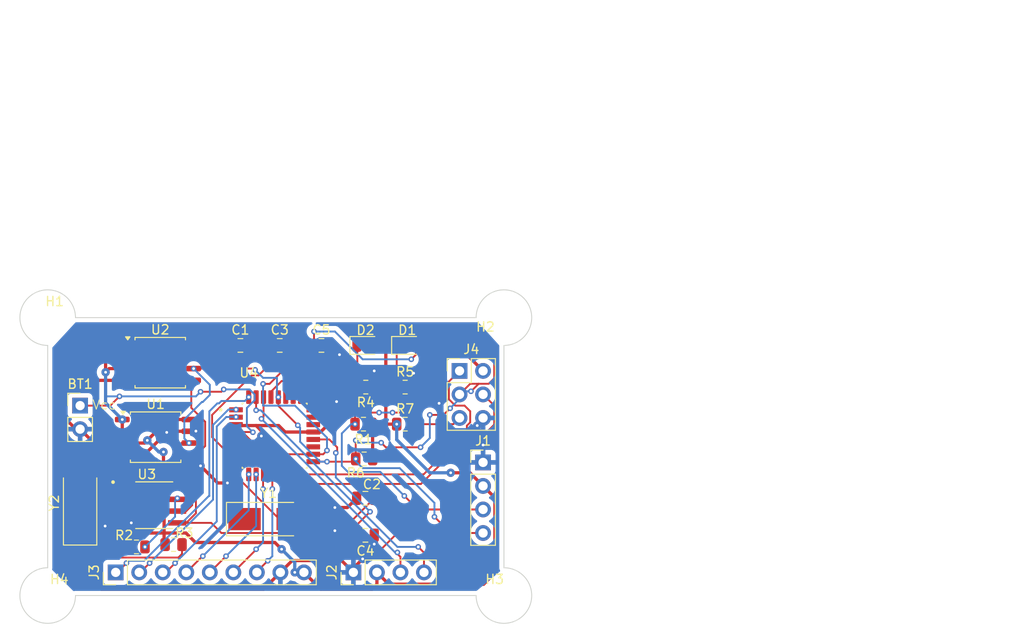
<source format=kicad_pcb>
(kicad_pcb (version 20240108) (generator "pcbnew") (generator_version "8.0")
  (title_block (title "${project_name}") (date "2024-05-13") (rev "v0.1") (comment 1 "2-layer"))
  (layers (0 "F.Cu" signal) (31 "B.Cu" signal) (34 "B.Paste" user) (35 "F.Paste" user) (36 "B.SilkS" user "B.Silkscreen") (37 "F.SilkS" user "F.Silkscreen") (38 "B.Mask" user) (39 "F.Mask" user) (44 "Edge.Cuts" user))
  (property "project_name" "MCU Datalogger with memory and clock")
  (net 0 "")
  (net 1 "GND")
  (net 2 "/Vcc")
  (net 3 "Net-(U4-PB7)")
  (net 4 "Net-(U4-PB6)")
  (net 5 "Net-(U4-AREF)")
  (net 6 "Net-(D1-K)")
  (net 7 "Net-(D2-K)")
  (net 8 "/SCK")
  (net 9 "/SDA")
  (net 10 "/RX")
  (net 11 "/TX")
  (net 12 "/D6")
  (net 13 "/D4")
  (net 14 "/D5")
  (net 15 "/D2")
  (net 16 "/D7")
  (net 17 "/D3")
  (net 18 "/D8")
  (net 19 "/MOSI")
  (net 20 "/RESET")
  (net 21 "/MISO")
  (net 22 "Net-(U3-SQW{slash}~INT)")
  (net 23 "Net-(U3-~{INTA})")
  (net 24 "Net-(U3-X2)")
  (net 25 "Net-(U3-X1)")
  (footprint "MountingHole:MountingHole_2.1mm" (layer "F.Cu") (at 57.75 66.5)
    (property "Reference" "H1")
    (property "Value" "MountingHole")
  )
  (footprint "Resistor_SMD:R_0805_2012Metric" (layer "F.Cu") (at 96.3375 74)
    (property "Reference" "R5")
    (property "Value" "330")
  )
  (footprint "Capacitor_SMD:C_0805_2012Metric" (layer "F.Cu") (at 92.05 86)
    (property "Reference" "C2")
    (property "Value" "22pF")
  )
  (footprint "Connector_PinHeader_2.54mm:PinHeader_1x04_P2.54mm_Vertical" (layer "F.Cu") (at 104.75 82.13)
    (property "Reference" "J1")
    (property "Value" "Conn_01x04_Pin")
  )
  (footprint "Connector_PinHeader_2.54mm:PinHeader_1x02_P2.54mm_Vertical" (layer "F.Cu") (at 61.25 76)
    (property "Reference" "BT1")
    (property "Value" "Battery")
  )
  (footprint "Resistor_SMD:R_0805_2012Metric" (layer "F.Cu") (at 91.9125 81.75 180)
    (property "Reference" "R6")
    (property "Value" "4.7k")
  )
  (footprint "Connector_PinHeader_2.54mm:PinHeader_1x09_P2.54mm_Vertical" (layer "F.Cu") (at 65.09 94 90)
    (property "Reference" "J3")
    (property "Value" "Conn_01x09_Pin")
  )
  (footprint "Resistor_SMD:R_0805_2012Metric" (layer "F.Cu") (at 92.0875 74 180)
    (property "Reference" "R4")
    (property "Value" "330")
  )
  (footprint "LED_SMD:LED_0805_2012Metric" (layer "F.Cu") (at 96.5625 69.5)
    (property "Reference" "D1")
    (property "Value" "LED")
  )
  (footprint "Resistor_SMD:R_0805_2012Metric" (layer "F.Cu") (at 96.3375 78)
    (property "Reference" "R7")
    (property "Value" "10K")
  )
  (footprint "Resistor_SMD:R_0805_2012Metric" (layer "F.Cu") (at 91.8375 78 180)
    (property "Reference" "R1")
    (property "Value" "4.7k")
  )
  (footprint "Connector_PinHeader_2.54mm:PinHeader_1x04_P2.54mm_Vertical" (layer "F.Cu") (at 90.75 94 90)
    (property "Reference" "J2")
    (property "Value" "Conn_01x04_Pin")
  )
  (footprint "MountingHole:MountingHole_2.1mm" (layer "F.Cu") (at 57.75 96.5)
    (property "Reference" "H4")
    (property "Value" "MountingHole")
  )
  (footprint "Connector_PinHeader_2.54mm:PinHeader_2x03_P2.54mm_Vertical" (layer "F.Cu") (at 102.21 72.25)
    (property "Reference" "J4")
    (property "Value" "Conn_02x03_Odd_Even")
  )
  (footprint "ATMEGA328P-AU:QFP80P900X900X120-32N" (layer "F.Cu") (at 82.25 79.25)
    (property "Reference" "U4")
    (property "Value" "ATMEGA328P-AU")
  )
  (footprint "MountingHole:MountingHole_2.1mm" (layer "F.Cu") (at 107 96.5)
    (property "Reference" "H3")
    (property "Value" "MountingHole")
  )
  (footprint "MountingHole:MountingHole_2.1mm" (layer "F.Cu") (at 107 66.5)
    (property "Reference" "H2")
    (property "Value" "MountingHole")
  )
  (footprint "Crystal:Crystal_SMD_5032-2Pin_5.0x3.2mm_HandSoldering" (layer "F.Cu") (at 81.6 88.25)
    (property "Reference" "Y1")
    (property "Value" "16MHz")
  )
  (footprint "Resistor_SMD:R_0805_2012Metric" (layer "F.Cu") (at 67.3375 91.25)
    (property "Reference" "R2")
    (property "Value" "10K")
  )
  (footprint "Package_SO:SOIC-8_5.23x5.23mm_P1.27mm" (layer "F.Cu") (at 69.9 71.365)
    (property "Reference" "U2")
    (property "Value" "24LC1025")
  )
  (footprint "Package_SO:SOIC-8_5.23x5.23mm_P1.27mm" (layer "F.Cu") (at 69.4 79.405)
    (property "Reference" "U1")
    (property "Value" "24LC1025")
  )
  (footprint "Capacitor_SMD:C_0805_2012Metric" (layer "F.Cu") (at 92.05 90 180)
    (property "Reference" "C4")
    (property "Value" "0.1uF")
  )
  (footprint "Capacitor_SMD:C_0805_2012Metric" (layer "F.Cu") (at 78.55 69.5)
    (property "Reference" "C1")
    (property "Value" "0.1uF")
  )
  (footprint "Capacitor_SMD:C_0805_2012Metric" (layer "F.Cu") (at 87.3 69.5)
    (property "Reference" "C5")
    (property "Value" "100nF")
  )
  (footprint "DS1337S_:SOIC127P600X175-8N" (layer "F.Cu") (at 69.25 86.75)
    (property "Reference" "U3")
    (property "Value" "DS1337S_")
  )
  (footprint "LED_SMD:LED_0805_2012Metric" (layer "F.Cu") (at 92.0625 69.5)
    (property "Reference" "D2")
    (property "Value" "LED")
  )
  (footprint "Resistor_SMD:R_0805_2012Metric" (layer "F.Cu") (at 71.3375 91)
    (property "Reference" "R3")
    (property "Value" "10K")
  )
  (footprint "Crystal:Crystal_SMD_5032-2Pin_5.0x3.2mm_HandSoldering" (layer "F.Cu") (at 61.25 86.5 90)
    (property "Reference" "Y2")
    (property "Value" "32.768 KHz")
  )
  (footprint "Capacitor_SMD:C_0805_2012Metric" (layer "F.Cu") (at 82.8 69.5)
    (property "Reference" "C3")
    (property "Value" "22pF")
  )
  (gr_line (start 57.75 69.5) (end 57.75 93.5) (stroke (width 0.1)) (layer "Edge.Cuts"))
  (gr_arc (start 104 66.5) (mid 109.12132 64.37868) (end 107 69.5) (stroke (width 0.1)) (layer "Edge.Cuts"))
  (gr_arc (start 107 93.5) (mid 109.12132 98.62132) (end 104 96.5) (stroke (width 0.1)) (layer "Edge.Cuts"))
  (gr_line (start 107 93.5) (end 107 69.5) (stroke (width 0.1)) (layer "Edge.Cuts"))
  (gr_arc (start 60.75 96.5) (mid 55.62868 98.62132) (end 57.75 93.5) (stroke (width 0.1)) (layer "Edge.Cuts"))
  (gr_line (start 104 66.5) (end 60.75 66.5) (stroke (width 0.1)) (layer "Edge.Cuts"))
  (gr_line (start 60.75 96.5) (end 104 96.5) (stroke (width 0.1)) (layer "Edge.Cuts"))
  (gr_arc (start 57.75 69.5) (mid 55.62868 64.37868) (end 60.75 66.5) (stroke (width 0.1)) (layer "Edge.Cuts"))
  (gr_text "Vcc" (at 62.5 76.5 0) (layer "F.SilkS") (effects (font (size 1 1) (thickness 0.1)) (justify left bottom)))
  (segment (start 59 76.75) (end 59 74) (width 0.35) (layer "F.Cu") (net 1))
  (segment (start 70.598719 78.888719) (end 68.177438 81.31) (width 0.35) (layer "F.Cu") (net 1))
  (segment (start 86.42 78.85) (end 87.209556 78.85) (width 0.35) (layer "F.Cu") (net 1))
  (segment (start 87.209556 78.85) (end 88.934314 77.125242) (width 0.35) (layer "F.Cu") (net 1))
  (segment (start 93 90.95) (end 93 90) (width 0.35) (layer "F.Cu") (net 1))
  (segment (start 73.5 70.73) (end 78.27 70.73) (width 0.35) (layer "F.Cu") (net 1))
  (segment (start 104.115824 77.964176) (end 104.75 77.33) (width 0.35) (layer "F.Cu") (net 1))
  (segment (start 90.4 91.15) (end 88.75 89.5) (width 0.35) (layer "F.Cu") (net 1))
  (segment (start 70.48 78.77) (end 70.5 78.75) (width 0.35) (layer "F.Cu") (net 1))
  (segment (start 86.42 78.85) (end 83.385 78.85) (width 0.35) (layer "F.Cu") (net 1))
  (segment (start 91.85 91.15) (end 90.4 91.15) (width 0.35) (layer "F.Cu") (net 1))
  (segment (start 78.18 78.15) (end 78.08 78.05) (width 0.35) (layer "F.Cu") (net 1))
  (segment (start 62.25 92.5) (end 64.225 90.525) (width 0.35) (layer "F.Cu") (net 1))
  (segment (start 93 90) (end 91.85 91.15) (width 0.35) (layer "F.Cu") (net 1))
  (segment (start 80.81492 79.278641) (end 80.81492 78.71492) (width 0.35) (layer "F.Cu") (net 1))
  (segment (start 60.79 78.54) (end 59 76.75) (width 0.35) (layer "F.Cu") (net 1))
  (segment (start 66.3 73.27) (end 67.21 73.27) (width 0.35) (layer "F.Cu") (net 1))
  (segment (start 104.75 82.13) (end 104.75 80.25) (width 0.35) (layer "F.Cu") (net 1))
  (segment (start 59.73 73.27) (end 66.3 73.27) (width 0.35) (layer "F.Cu") (net 1))
  (segment (start 69.25 87.25) (end 69.25 82.382562) (width 0.35) (layer "F.Cu") (net 1))
  (segment (start 90.1 87) (end 91.1 86) (width 0.35) (layer "F.Cu") (net 1))
  (segment (start 79.5 69.5) (end 81.85 69.5) (width 0.35) (layer "F.Cu") (net 1))
  (segment (start 66.3 70.73) (end 69.75 70.73) (width 0.35) (layer "F.Cu") (net 1))
  (segment (start 69.25 87.25) (end 67.845 88.655) (width 0.35) (layer "F.Cu") (net 1))
  (segment (start 70.48 78.77) (end 73 78.77) (width 0.35) (layer "F.Cu") (net 1))
  (segment (start 82.87 94) (end 84.145 92.725) (width 0.35) (layer "F.Cu") (net 1))
  (segment (start 69.25 82.382562) (end 68.177438 81.31) (width 0.35) (layer "F.Cu") (net 1))
  (segment (start 78.08 78.05) (end 77.290444 78.05) (width 0.35) (layer "F.Cu") (net 1))
  (segment (start 83.385 78.85) (end 82.685 78.15) (width 0.35) (layer "F.Cu") (net 1))
  (segment (start 73.73 78.77) (end 73.75 78.75) (width 0.35) (layer "F.Cu") (net 1))
  (segment (start 64.225 90.525) (end 64.225 89) (width 0.35) (layer "F.Cu") (net 1))
  (segment (start 84.145 92.725) (end 89.475 92.725) (width 0.35) (layer "F.Cu") (net 1))
  (segment (start 97.25 72.5) (end 97.25 74) (width 0.35) (layer "F.Cu") (net 1))
  (segment (start 70.5 78.75) (end 70.598719 78.848719) (width 0.35) (layer "F.Cu") (net 1))
  (segment (start 78.27 70.73) (end 79.5 69.5) (width 0.35) (layer "F.Cu") (net 1))
  (segment (start 61.25 78.54) (end 60.79 78.54) (width 0.35) (layer "F.Cu") (net 1))
  (segment (start 88.25 69.5) (end 89.25 70.5) (width 0.35) (layer "F.Cu") (net 1))
  (segment (start 73 78.77) (end 73.73 78.77) (width 0.35) (layer "F.Cu") (net 1))
  (segment (start 63.575 95.825) (end 62.25 94.5) (width 0.35) (layer "F.Cu") (net 1))
  (segment (start 77.290444 78.05) (end 76.92 78.420444) (width 0.35) (layer "F.Cu") (net 1))
  (segment (start 67.21 73.27) (end 69.75 70.73) (width 0.35) (layer "F.Cu") (net 1))
  (segment (start 70.598719 78.848719) (end 70.598719 78.888719) (width 0.35) (layer "F.Cu") (net 1))
  (segment (start 68.177438 81.31) (end 65.8 81.31) (width 0.35) (layer "F.Cu") (net 1))
  (segment (start 64.02 81.31) (end 65.8 81.31) (width 0.35) (layer "F.Cu") (net 1))
  (segment (start 76.92 79.279556) (end 77.290444 79.65) (width 0.35) (layer "F.Cu") (net 1))
  (segment (start 90.75 93.55) (end 91.75 92.55) (width 0.35) (layer "F.Cu") (net 1))
  (segment (start 82.685 78.15) (end 80.25 78.15) (width 0.35) (layer "F.Cu") (net 1))
  (segment (start 98.25 74) (end 100 75.75) (width 0.35) (layer "F.Cu") (net 1))
  (segment (start 82.87 94) (end 81.045 95.825) (width 0.35) (layer "F.Cu") (net 1))
  (segment (start 97.25 74) (end 98.25 74) (width 0.35) (layer "F.Cu") (net 1))
  (segment (start 59 74) (end 59.73 73.27) (width 0.35) (layer "F.Cu") (net 1))
  (segment (start 104.115824 78.15) (end 104.115824 77.964176) (width 0.35) (layer "F.Cu") (net 1))
  (segment (start 88.75 87) (end 90.1 87) (width 0.35) (layer "F.Cu") (net 1))
  (segment (start 81.045 95.825) (end 63.575 95.825) (width 0.35) (layer "F.Cu") (net 1))
  (segment (start 77.290444 79.65) (end 78.08 79.65) (width 0.35) (layer "F.Cu") (net 1))
  (segment (start 69.75 70.73) (end 73.5 70.73) (width 0.35) (layer "F.Cu") (net 1))
  (segment (start 88.934314 77.125242) (end 88.934314 75.565686) (width 0.35) (layer "F.Cu") (net 1))
  (segment (start 88.75 89.25) (end 88.75 89.5) (width 0.35) (layer "F.Cu") (net 1))
  (segment (start 93 74) (end 93 72.25) (width 0.35) (layer "F.Cu") (net 1))
  (segment (start 80.81492 78.71492) (end 80.25 78.15) (width 0.35) (layer "F.Cu") (net 1))
  (segment (start 76.92 78.420444) (end 76.92 79.279556) (width 0.35) (layer "F.Cu") (net 1))
  (segment (start 90.75 94) (end 90.75 93.55) (width 0.35) (layer "F.Cu") (net 1))
  (segment (start 80.25 78.15) (end 78.18 78.15) (width 0.35) (layer "F.Cu") (net 1))
  (segment (start 89.475 92.725) (end 90.75 94) (width 0.35) (layer "F.Cu") (net 1))
  (segment (start 67.845 88.655) (end 66.775 88.655) (width 0.35) (layer "F.Cu") (net 1))
  (segment (start 62.25 94.5) (end 62.25 92.5) (width 0.35) (layer "F.Cu") (net 1))
  (segment (start 64.225 89) (end 63.95 89) (width 0.35) (layer "F.Cu") (net 1))
  (segment (start 61.25 78.54) (end 64.02 81.31) (width 0.35) (layer "F.Cu") (net 1))
  (segment (start 76.098529 84.348529) (end 77.151471 84.348529) (width 0.35) (layer "F.Cu") (net 1))
  (segment (start 88.25 69.5) (end 88.5 69.5) (width 0.35) (layer "F.Cu") (net 1))
  (segment (start 74.25 82.5) (end 76.098529 84.348529) (width 0.35) (layer "F.Cu") (net 1))
  (via (at 93 90.95) (size 0.9) (drill 0.3) (layers "F.Cu" "B.Cu") (net 1))
  (via (at 97.25 72.5) (size 0.9) (drill 0.3) (layers "F.Cu" "B.Cu") (net 1))
  (via (at 74.25 82.5) (size 0.9) (drill 0.3) (layers "F.Cu" "B.Cu") (net 1))
  (via (at 100 75.75) (size 0.9) (drill 0.3) (layers "F.Cu" "B.Cu") (net 1))
  (via (at 66.775 88.655) (size 0.9) (drill 0.3) (layers "F.Cu" "B.Cu") (net 1))
  (via (at 88.75 87) (size 0.9) (drill 0.3) (layers "F.Cu" "B.Cu") (net 1))
  (via (at 89.25 70.5) (size 0.9) (drill 0.3) (layers "F.Cu" "B.Cu") (net 1))
  (via (at 88.934314 75.565686) (size 0.9) (drill 0.3) (layers "F.Cu" "B.Cu") (net 1))
  (via (at 77.151471 84.348529) (size 0.9) (drill 0.3) (layers "F.Cu" "B.Cu") (net 1))
  (via (at 104.75 80.25) (size 0.9) (drill 0.3) (layers "F.Cu" "B.Cu") (net 1))
  (via (at 91.75 92.55) (size 0.9) (drill 0.3) (layers "F.Cu" "B.Cu") (net 1))
  (via (at 80.81492 79.278641) (size 0.9) (drill 0.3) (layers "F.Cu" "B.Cu") (net 1))
  (via (at 93 72.25) (size 0.9) (drill 0.3) (layers "F.Cu" "B.Cu") (net 1))
  (via (at 88.75 89.5) (size 0.9) (drill 0.3) (layers "F.Cu" "B.Cu") (net 1))
  (via (at 70.598719 78.888719) (size 0.9) (drill 0.3) (layers "F.Cu" "B.Cu") (net 1))
  (via (at 104.115824 78.15) (size 0.9) (drill 0.3) (layers "F.Cu" "B.Cu") (net 1))
  (via (at 73.75 78.75) (size 0.9) (drill 0.3) (layers "F.Cu" "B.Cu") (net 1))
  (via (at 63.95 89) (size 0.9) (drill 0.3) (layers "F.Cu" "B.Cu") (net 1))
  (segment (start 66.43 89) (end 66.775 88.655) (width 0.35) (layer "B.Cu") (net 1))
  (segment (start 91.75 92.5) (end 93 91.25) (width 0.35) (layer "B.Cu") (net 1))
  (segment (start 104.015824 78.25) (end 104 78.25) (width 0.35) (layer "B.Cu") (net 1))
  (segment (start 73.75 78.75) (end 74.25 79.25) (width 0.35) (layer "B.Cu") (net 1))
  (segment (start 97.25 72.5) (end 93.25 72.5) (width 0.35) (layer "B.Cu") (net 1))
  (segment (start 74.25 79.25) (end 74.25 82.5) (width 0.35) (layer "B.Cu") (net 1))
  (segment (start 91 72.25) (end 90.125 71.375) (width 0.35) (layer "B.Cu") (net 1))
  (segment (start 104.115824 78.15) (end 104.015824 78.25) (width 0.35) (layer "B.Cu") (net 1))
  (segment (start 104 78.25) (end 104.75 79) (width 0.35) (layer "B.Cu") (net 1))
  (segment (start 100.305 76.055) (end 100 75.75) (width 0.35) (layer "B.Cu") (net 1))
  (segment (start 80.75 79.25) (end 80.778641 79.278641) (width 0.35) (layer "B.Cu") (net 1))
  (segment (start 80.778641 79.278641) (end 80.81492 79.278641) (width 0.35) (layer "B.Cu") (net 1))
  (segment (start 93 91.25) (end 93 90.95) (width 0.35) (layer "B.Cu") (net 1))
  (segment (start 104.75 79) (end 104.75 80.25) (width 0.35) (layer "B.Cu") (net 1))
  (segment (start 104.115824 78.15) (end 103.660824 78.605) (width 0.35) (layer "B.Cu") (net 1))
  (segment (start 79.512356 80.487644) (end 80.75 79.25) (width 0.35) (layer "B.Cu") (net 1))
  (segment (start 93.25 72.5) (end 93 72.25) (width 0.35) (layer "B.Cu") (net 1))
  (segment (start 79.512356 81.987644) (end 79.512356 80.487644) (width 0.35) (layer "B.Cu") (net 1))
  (segment (start 100.305 77.228123) (end 100.305 76.055) (width 0.35) (layer "B.Cu") (net 1))
  (segment (start 91.75 92.55) (end 91.75 92.5) (width 0.35) (layer "B.Cu") (net 1))
  (segment (start 88.934314 75.565686) (end 88.934314 72.565686) (width 0.35) (layer "B.Cu") (net 1))
  (segment (start 63.95 89) (end 66.43 89) (width 0.35) (layer "B.Cu") (net 1))
  (segment (start 101.681877 78.605) (end 100.305 77.228123) (width 0.35) (layer "B.Cu") (net 1))
  (segment (start 90.125 71.375) (end 89.25 70.5) (width 0.35) (layer "B.Cu") (net 1))
  (segment (start 77.151471 84.348529) (end 79.512356 81.987644) (width 0.35) (layer "B.Cu") (net 1))
  (segment (start 93 72.25) (end 91 72.25) (width 0.35) (layer "B.Cu") (net 1))
  (segment (start 88.934314 72.565686) (end 90.125 71.375) (width 0.35) (layer "B.Cu") (net 1))
  (segment (start 88.75 89.5) (end 88.75 87) (width 0.35) (layer "B.Cu") (net 1))
  (segment (start 103.660824 78.605) (end 101.681877 78.605) (width 0.35) (layer "B.Cu") (net 1))
  (segment (start 92.825 80) (end 92.825 81.75) (width 0.35) (layer "F.Cu") (net 2))
  (segment (start 92.75 78.5) (end 92.825 78.575) (width 0.35) (layer "F.Cu") (net 2))
  (segment (start 95.425 78) (end 94.25 78) (width 0.35) (layer "F.Cu") (net 2))
  (segment (start 82.275 90.775) (end 73.699022 90.775) (width 0.35) (layer "F.Cu") (net 2))
  (segment (start 66.425 91.25) (end 67.925 89.75) (width 0.35) (layer "F.Cu") (net 2))
  (segment (start 71.725 84.845) (end 70.25 83.37) (width 0.35) (layer "F.Cu") (net 2))
  (segment (start 104.75 84.67) (end 103.33 83.25) (width 0.35) (layer "F.Cu") (net 2))
  (segment (start 95.47249 68) (end 94.25 69.22249) (width 0.35) (layer "F.Cu") (net 2))
  (segment (start 102.25 69.75) (end 100 69.75) (width 0.35) (layer "F.Cu") (net 2))
  (segment (start 92.75 78) (end 92.75 78.5) (width 0.35) (layer "F.Cu") (net 2))
  (segment (start 70.25 83.37) (end 70.25 81) (width 0.35) (layer "F.Cu") (net 2))
  (segment (start 87.488088 81.25) (end 81.16349 81.25) (width 0.2) (layer "F.Cu") (net 2))
  (segment (start 70.75 77.5) (end 73 77.5) (width 0.35) (layer "F.Cu") (net 2))
  (segment (start 73.699022 90.775) (end 72.674022 89.75) (width 0.35) (layer "F.Cu") (net 2))
  (segment (start 65.8 80.04) (end 68.21 80.04) (width 0.35) (layer "F.Cu") (net 2))
  (segment (start 81.7 73.65) (end 85.85 69.5) (width 0.2) (layer "F.Cu") (net 2))
  (segment (start 73.5 69.46) (end 77.56 69.46) (width 0.35) (layer "F.Cu") (net 2))
  (segment (start 85.85 69.5) (end 86.35 69.5) (width 0.2) (layer "F.Cu") (net 2))
  (segment (start 67.925 89.75) (end 70.315 89.75) (width 0.35) (layer "F.Cu") (net 2))
  (segment (start 66.3 72) (end 64.395 72) (width 0.35) (layer "F.Cu") (net 2))
  (segment (start 86.5 68) (end 86.5 69.35) (width 0.2) (layer "F.Cu") (net 2))
  (segment (start 76.5 74.5) (end 74.25 74.5) (width 0.2) (layer "F.Cu") (net 2))
  (segment (start 65.8 80.04) (end 65.8 78.77) (width 0.35) (layer "F.Cu") (net 2))
  (segment (start 64.395 72) (end 64 72.395) (width 0.35) (layer "F.Cu") (net 2))
  (segment (start 94.25 69.22249) (end 94.25 78) (width 0.35) (layer "F.Cu") (net 2))
  (segment (start 72.674022 89.75) (end 70.315 89.75) (width 0.35) (layer "F.Cu") (net 2))
  (segment (start 92.825 78.575) (end 92.825 80) (width 0.35) (layer "F.Cu") (net 2))
  (segment (start 94.565 95.275) (end 104.813239 95.275) (width 0.35) (layer "F.Cu") (net 2))
  (segment (start 79.9 78.85) (end 80 78.75) (width 0.2) (layer "F.Cu") (net 2))
  (segment (start 104.813239 95.275) (end 106.025 94.063239) (width 0.35) (layer "F.Cu") (net 2))
  (segment (start 78.08 78.85) (end 79.9 78.85) (width 0.2) (layer "F.Cu") (net 2))
  (segment (start 65.500001 69.46) (end 64 70.960001) (width 0.35) (layer "F.Cu") (net 2))
  (segment (start 70.315 90.89) (end 70.425 91) (width 0.35) (layer "F.Cu") (net 2))
  (segment (start 78.76349 78.85) (end 78.08 78.85) (width 0.2) (layer "F.Cu") (net 2))
  (segment (start 97.5 70.5) (end 97 71) (width 0.2) (layer "F.Cu") (net 2))
  (segment (start 103.33 83.25) (end 101.25 83.25) (width 0.35) (layer "F.Cu") (net 2))
  (segment (start 71.725 84.845) (end 70.740001 84.845) (width 0.35) (layer "F.Cu") (net 2))
  (segment (start 68.5 79.75) (end 70.75 77.5) (width 0.35) (layer "F.Cu") (net 2))
  (segment (start 98.25 68) (end 95.47249 68) (width 0.35) (layer "F.Cu") (net 2))
  (segment (start 65.8 77.5) (end 65.8 78.77) (width 0.35) (layer "F.Cu") (net 2))
  (segment (start 73.5 69.46) (end 66.3 69.46) (width 0.35) (layer "F.Cu") (net 2))
  (segment (start 68.21 80.04) (end 68.5 79.75) (width 0.35) (layer "F.Cu") (net 2))
  (segment (start 85.41 94) (end 84.420003 94) (width 0.35) (layer "F.Cu") (net 2))
  (segment (start 66.3 69.46) (end 65.500001 69.46) (width 0.35) (layer "F.Cu") (net 2))
  (segment (start 93.29 94) (end 94.565 95.275) (width 0.35) (layer "F.Cu") (net 2))
  (segment (start 87.235 95.825) (end 85.41 94) (width 0.35) (layer "F.Cu") (net 2))
  (segment (start 70.315 85.270001) (end 70.315 89.75) (width 0.35) (layer "F.Cu") (net 2))
  (segment (start 87.9 80.838088) (end 87.488088 81.25) (width 0.2) (layer "F.Cu") (net 2))
  (segment (start 86.5 69.35) (end 86.35 69.5) (width 0.2) (layer "F.Cu") (net 2))
  (segment (start 97.5 69.5) (end 97.5 70.5) (width 0.2) (layer "F.Cu") (net 2))
  (segment (start 79.9 78.85) (end 79.9 78.875) (width 0.2) (layer "F.Cu") (net 2))
  (segment (start 104.75 72.25) (end 102.25 69.75) (width 0.35) (layer "F.Cu") (net 2))
  (segment (start 93.29 95.285) (end 92.75 95.825) (width 0.35) (layer "F.Cu") (net 2))
  (segment (start 106.025 94.063239) (end 106.025 85.945) (width 0.35) (layer "F.Cu") (net 2))
  (segment (start 76.75 74.25) (end 76.5 74.5) (width 0.2) (layer "F.Cu") (net 2))
  (segment (start 94.25 78) (end 92.75 78) (width 0.35) (layer "F.Cu") (net 2))
  (segment (start 81.16349 81.25) (end 78.76349 78.85) (width 0.2) (layer "F.Cu") (net 2))
  (segment (start 64 70.960001) (end 64 72.395) (width 0.35) (layer "F.Cu") (net 2))
  (segment (start 70.740001 84.845) (end 70.315 85.270001) (width 0.35) (layer "F.Cu") (net 2))
  (segment (start 81 73.65) (end 81.7 73.65) (width 0.2) (layer "F.Cu") (net 2))
  (segment (start 93.29 94) (end 93.29 95.285) (width 0.35) (layer "F.Cu") (net 2))
  (segment (start 70.315 89.75) (end 70.315 90.89) (width 0.35) (layer "F.Cu") (net 2))
  (segment (start 100 69.75) (end 98.25 68) (width 0.35) (layer "F.Cu") (net 2))
  (segment (start 83 91.5) (end 82.275 90.775) (width 0.35) (layer "F.Cu") (net 2))
  (segment (start 77.56 69.46) (end 77.6 69.5) (width 0.35) (layer "F.Cu") (net 2))
  (segment (start 92.75 95.825) (end 87.235 95.825) (width 0.35) (layer "F.Cu") (net 2))
  (segment (start 106.025 85.945) (end 104.75 84.67) (width 0.35) (layer "F.Cu") (net 2))
  (segment (start 64.5 76) (end 61.25 76) (width 0.2) (layer "F.Cu") (net 2))
  (segment (start 65.5 75) (end 64.5 76) (width 0.2) (layer "F.Cu") (net 2))
  (via (at 64 72.395) (size 0.9) (drill 0.3) (layers "F.Cu" "B.Cu") (net 2))
  (via (at 79.9 78.875) (size 0.6) (drill 0.3) (layers "F.Cu" "B.Cu") (net 2))
  (via (at 86.5 68) (size 0.6) (drill 0.3) (layers "F.Cu" "B.Cu") (net 2))
  (via (at 83 91.5) (size 0.9) (drill 0.3) (layers "F.Cu" "B.Cu") (net 2))
  (via (at 81 73.65) (size 0.6) (drill 0.3) (layers "F.Cu" "B.Cu") (net 2))
  (via (at 70.25 81) (size 0.9) (drill 0.3) (layers "F.Cu" "B.Cu") (net 2))
  (via (at 68.5 79.75) (size 0.9) (drill 0.3) (layers "F.Cu" "B.Cu") (net 2))
  (via (at 84.420003 94) (size 0.9) (drill 0.3) (layers "F.Cu" "B.Cu") (net 2))
  (via (at 74.25 74.5) (size 0.6) (drill 0.3) (layers "F.Cu" "B.Cu") (net 2))
  (via (at 101.25 83.25) (size 0.9) (drill 0.3) (layers "F.Cu" "B.Cu") (net 2))
  (via (at 65.5 75) (size 0.6) (drill 0.3) (layers "F.Cu" "B.Cu") (net 2))
  (via (at 65.8 77.5) (size 0.9) (drill 0.3) (layers "F.Cu" "B.Cu") (net 2))
  (via (at 95.425 78) (size 0.9) (drill 0.3) (layers "F.Cu" "B.Cu") (net 2))
  (via (at 97 71) (size 0.6) (drill 0.3) (layers "F.Cu" "B.Cu") (net 2))
  (via (at 76.75 74.25) (size 0.6) (drill 0.3) (layers "F.Cu" "B.Cu") (net 2))
  (via (at 87.9 80.838088) (size 0.6) (drill 0.3) (layers "F.Cu" "B.Cu") (net 2))
  (segment (start 101.25 83.25) (end 99 83.25) (width 0.35) (layer "B.Cu") (net 2))
  (segment (start 80.1 75.4) (end 80.1 74.810761) (width 0.2) (layer "B.Cu") (net 2))
  (segment (start 79.25 78.225) (end 79.9 78.875) (width 0.2) (layer "B.Cu") (net 2))
  (segment (start 84.438088 76) (end 87.9 79.461912) (width 0.2) (layer "B.Cu") (net 2))
  (segment (start 79.539239 74.25) (end 76.75 74.25) (width 0.2) (layer "B.Cu") (net 2))
  (segment (start 87.9 79.461912) (end 87.9 80.838088) (width 0.2) (layer "B.Cu") (net 2))
  (segment (start 64 72.395) (end 64 75) (width 0.35) (layer "B.Cu") (net 2))
  (segment (start 84.420003 92.920003) (end 83 91.5) (width 0.35) (layer "B.Cu") (net 2))
  (segment (start 70.25 81) (end 69.75 81) (width 0.35) (layer "B.Cu") (net 2))
  (segment (start 65.5 75) (end 64 75) (width 0.2) (layer "B.Cu") (net 2))
  (segment (start 99 83.25) (end 95.425 79.675) (width 0.35) (layer "B.Cu") (net 2))
  (segment (start 81 73.65) (end 81 76) (width 0.2) (layer "B.Cu") (net 2))
  (segment (start 97 71) (end 91.75 71) (width 0.2) (layer "B.Cu") (net 2))
  (segment (start 73.75 75) (end 65.5 75) (width 0.2) (layer "B.Cu") (net 2))
  (segment (start 64 75) (end 64 75.7) (width 0.35) (layer "B.Cu") (net 2))
  (segment (start 91.75 71) (end 88.75 68) (width 0.2) (layer "B.Cu") (net 2))
  (segment (start 79.25 76.25) (end 80.1 75.4) (width 0.2) (layer "B.Cu") (net 2))
  (segment (start 88.75 68) (end 86.5 68) (width 0.2) (layer "B.Cu") (net 2))
  (segment (start 69.75 81) (end 68.5 79.75) (width 0.35) (layer "B.Cu") (net 2))
  (segment (start 74.25 74.5) (end 73.75 75) (width 0.2) (layer "B.Cu") (net 2))
  (segment (start 64 75.7) (end 65.8 77.5) (width 0.35) (layer "B.Cu") (net 2))
  (segment (start 81 76) (end 84.438088 76) (width 0.2) (layer "B.Cu") (net 2))
  (segment (start 84.420003 94) (end 84.420003 92.920003) (width 0.35) (layer "B.Cu") (net 2))
  (segment (start 95.425 79.675) (end 95.425 78) (width 0.35) (layer "B.Cu") (net 2))
  (segment (start 80.1 74.810761) (end 79.539239 74.25) (width 0.2) (layer "B.Cu") (net 2))
  (segment (start 79.25 76.25) (end 79.25 78.225) (width 0.2) (layer "B.Cu") (net 2))
  (segment (start 78.08 83.58) (end 82.75 88.25) (width 0.2) (layer "F.Cu") (net 3))
  (segment (start 82.75 88.25) (end 84.2 88.25) (width 0.2) (layer "F.Cu") (net 3))
  (segment (start 78.08 82.05) (end 78.08 83.58) (width 0.2) (layer "F.Cu") (net 3))
  (segment (start 93 86) (end 90.75 88.25) (width 0.2) (layer "F.Cu") (net 3))
  (segment (start 90.75 88.25) (end 84.2 88.25) (width 0.2) (layer "F.Cu") (net 3))
  (segment (start 78 87.25) (end 78 84.065686) (width 0.2) (layer "F.Cu") (net 4))
  (segment (start 80.515655 72.734345) (end 79.765655 72.734345) (width 0.2) (layer "F.Cu") (net 4))
  (segment (start 79.765655 72.734345) (end 75.5 77) (width 0.2) (layer "F.Cu") (net 4))
  (segment (start 77.045 83.110686) (end 77.045 81.550001) (width 0.2) (layer "F.Cu") (net 4))
  (segment (start 78 84.065686) (end 77.045 83.110686) (width 0.2) (layer "F.Cu") (net 4))
  (segment (start 79 88.25) (end 78 87.25) (width 0.2) (layer "F.Cu") (net 4))
  (segment (start 75.5 77) (end 75.5 79.404999) (width 0.2) (layer "F.Cu") (net 4))
  (segment (start 77.045 81.550001) (end 77.345001 81.25) (width 0.2) (layer "F.Cu") (net 4))
  (segment (start 75.5 79.404999) (end 77.345001 81.25) (width 0.2) (layer "F.Cu") (net 4))
  (segment (start 77.345001 81.25) (end 78.08 81.25) (width 0.2) (layer "F.Cu") (net 4))
  (segment (start 83.75 69.5) (end 80.515655 72.734345) (width 0.2) (layer "F.Cu") (net 4))
  (segment (start 88.85 81.1) (end 89 80.95) (width 0.2) (layer "F.Cu") (net 5))
  (segment (start 92.549265 87.450735) (end 91.1 88.9) (width 0.2) (layer "F.Cu") (net 5))
  (segment (start 88.15 79.65) (end 86.42 79.65) (width 0.2) (layer "F.Cu") (net 5))
  (segment (start 89 80.95) (end 89 80.5) (width 0.2) (layer "F.Cu") (net 5))
  (segment (start 89 80.5) (end 88.15 79.65) (width 0.2) (layer "F.Cu") (net 5))
  (segment (start 91.1 88.9) (end 91.1 90) (width 0.2) (layer "F.Cu") (net 5))
  (via (at 88.85 81.1) (size 0.6) (drill 0.3) (layers "F.Cu" "B.Cu") (net 5))
  (via (at 92.549265 87.450735) (size 0.6) (drill 0.3) (layers "F.Cu" "B.Cu") (net 5))
  (segment (start 88.85 81.1) (end 88.85 83.75147) (width 0.2) (layer "B.Cu") (net 5))
  (segment (start 88.85 83.75147) (end 92.549265 87.450735) (width 0.2) (layer "B.Cu") (net 5))
  (segment (start 95.425 74) (end 95.425 69.7) (width 0.2) (layer "F.Cu") (net 6))
  (segment (start 95.425 69.7) (end 95.625 69.5) (width 0.2) (layer "F.Cu") (net 6))
  (segment (start 91.175 74) (end 91.175 69.55) (width 0.2) (layer "F.Cu") (net 7))
  (segment (start 91.175 69.55) (end 91.125 69.5) (width 0.2) (layer "F.Cu") (net 7))
  (segment (start 91.175 73.825) (end 91.25 73.75) (width 0.2) (layer "F.Cu") (net 7))
  (segment (start 91.175 74) (end 91.175 73.825) (width 0.2) (layer "F.Cu") (net 7))
  (segment (start 104.375 68.625) (end 100.375 68.625) (width 0.2) (layer "F.Cu") (net 8))
  (segment (start 94.25 80.5) (end 93.75 80) (width 0.2) (layer "F.Cu") (net 8))
  (segment (start 71.725 87.385) (end 72.709999 87.385) (width 0.2) (layer "F.Cu") (net 8))
  (segment (start 72.200001 80.04) (end 73 80.04) (width 0.2) (layer "F.Cu") (net 8))
  (segment (start 100.481672 77) (end 99 77) (width 0.2) (layer "F.Cu") (net 8))
  (segment (start 94 67.25) (end 93 68.25) (width 0.2) (layer "F.Cu") (net 8))
  (segment (start 101.191571 76.290101) (end 100.481672 77) (width 0.2) (layer "F.Cu") (net 8))
  (segment (start 98 80.5) (end 94.25 80.5) (width 0.2) (layer "F.Cu") (net 8))
  (segment (start 71.75 80.490001) (end 72.200001 80.04) (width 0.2) (layer "F.Cu") (net 8))
  (segment (start 100.375 68.625) (end 99 67.25) (width 0.2) (layer "F.Cu") (net 8))
  (segment (start 103.442689 74.453184) (end 103.46047 74.453184) (width 0.2) (layer "F.Cu") (net 8))
  (segment (start 101.25 89.75) (end 99.5 88) (width 0.2) (layer "F.Cu") (net 8))
  (segment (start 103.46047 74.453184) (end 104.273654 73.64) (width 0.2) (layer "F.Cu") (net 8))
  (segment (start 93 68.25) (end 93 69.5) (width 0.2) (layer "F.Cu") (net 8))
  (segment (start 91 79.75) (end 91 81.75) (width 0.2) (layer "F.Cu") (net 8))
  (segment (start 105.95 73.05) (end 105.95 70.2) (width 0.2) (layer "F.Cu") (net 8))
  (segment (start 73.35 83.6) (end 71.75 82) (width 0.2) (layer "F.Cu") (net 8))
  (segment (start 99 67.25) (end 94 67.25) (width 0.2) (layer "F.Cu") (net 8))
  (segment (start 91 81.75) (end 90.7 82.05) (width 0.2) (layer "F.Cu") (net 8))
  (segment (start 105.36 73.64) (end 105.95 73.05) (width 0.2) (layer "F.Cu") (net 8))
  (segment (start 103.36 73.64) (end 102.21 74.79) (width 0.2) (layer "F.Cu") (net 8))
  (segment (start 90.7 82.05) (end 86.42 82.05) (width 0.2) (layer "F.Cu") (net 8))
  (segment (start 73.5 72) (end 80 72) (width 0.2) (layer "F.Cu") (net 8))
  (segment (start 80 72) (end 80.134345 72.134345) (width 0.2) (layer "F.Cu") (net 8))
  (segment (start 73.35 86.744999) (end 73.35 83.6) (width 0.2) (layer "F.Cu") (net 8))
  (segment (start 105.95 70.2) (end 104.375 68.625) (width 0.2) (layer "F.Cu") (net 8))
  (segment (start 71.75 82) (end 71.75 80.490001) (width 0.2) (layer "F.Cu") (net 8))
  (segment (start 82.65 76.025) (end 84.75 78.125) (width 0.2) (layer "F.Cu") (net 8))
  (segment (start 104.273654 73.64) (end 105.36 73.64) (width 0.2) (layer "F.Cu") (net 8))
  (segment (start 82.65 75.08) (end 82.65 76.025) (width 0.2) (layer "F.Cu") (net 8))
  (segment (start 104.273654 73.64) (end 103.36 73.64) (width 0.2) (layer "F.Cu") (net 8))
  (segment (start 104.75 89.75) (end 101.25 89.75) (width 0.2) (layer "F.Cu") (net 8))
  (segment (start 72.709999 87.385) (end 73.35 86.744999) (width 0.2) (layer "F.Cu") (net 8))
  (via (at 73 80.04) (size 0.6) (drill 0.3) (layers "F.Cu" "B.Cu") (net 8))
  (via (at 101.191571 76.290101) (size 0.6) (drill 0.3) (layers "F.Cu" "B.Cu") (net 8))
  (via (at 73.5 72) (size 0.6) (drill 0.3) (layers "F.Cu" "B.Cu") (net 8))
  (via (at 84.75 78.125) (size 0.6) (drill 0.3) (layers "F.Cu" "B.Cu") (net 8))
  (via (at 103.442689 74.453184) (size 0.6) (drill 0.3) (layers "F.Cu" "B.Cu") (net 8))
  (via (at 98 80.5) (size 0.6) (drill 0.3) (layers "F.Cu" "B.Cu") (net 8))
  (via (at 91 81.75) (size 0.6) (drill 0.3) (layers "F.Cu" "B.Cu") (net 8))
  (via (at 87.9 82.05) (size 0.6) (drill 0.3) (layers "F.Cu" "B.Cu") (net 8))
  (via (at 91 79.75) (size 0.6) (drill 0.3) (layers "F.Cu" "B.Cu") (net 8))
  (via (at 80.134345 72.134345) (size 0.6) (drill 0.3) (layers "F.Cu" "B.Cu") (net 8))
  (via (at 99.5 88) (size 0.6) (drill 0.3) (layers "F.Cu" "B.Cu") (net 8))
  (via (at 93.75 80) (size 0.6) (drill 0.3) (layers "F.Cu" "B.Cu") (net 8))
  (via (at 82.65 75.08) (size 0.6) (drill 0.3) (layers "F.Cu" "B.Cu") (net 8))
  (via (at 99 77) (size 0.6) (drill 0.3) (layers "F.Cu" "B.Cu") (net 8))
  (segment (start 72.5 77.5) (end 74.4 75.6) (width 0.2) (layer "B.Cu") (net 8))
  (segment (start 91 82) (end 91 81.75) (width 0.2) (layer "B.Cu") (net 8))
  (segment (start 93.75 80) (end 91.25 80) (width 0.2) (layer "B.Cu") (net 8))
  (segment (start 82.5 74.93) (end 82.65 75.08) (width 0.2) (layer "B.Cu") (net 8))
  (segment (start 103.442689 74.453184) (end 103.028488 74.453184) (width 0.2) (layer "B.Cu") (net 8))
  (segment (start 99.5 86.5) (end 95.75 82.75) (width 0.2) (layer "B.Cu") (net 8))
  (segment (start 85 79.90147) (end 85 78.375) (width 0.2) (layer "B.Cu") (net 8))
  (segment (start 87.14853 82.05) (end 85 79.90147) (width 0.2) (layer "B.Cu") (net 8))
  (segment (start 80.134345 72.134345) (end 81 73) (width 0.2) (layer "B.Cu") (net 8))
  (segment (start 99 79.5) (end 98 80.5) (width 0.2) (layer "B.Cu") (net 8))
  (segment (start 85 78.375) (end 84.75 78.125) (width 0.2) (layer "B.Cu") (net 8))
  (segment (start 75.25 74.848529) (end 75.25 73.75) (width 0.2) (layer "B.Cu") (net 8))
  (segment (start 91.25 80) (end 91 79.75) (width 0.2) (layer "B.Cu") (net 8))
  (segment (start 87.9 82.05) (end 87.14853 82.05) (width 0.2) (layer "B.Cu") (net 8))
  (segment (start 73 80.04) (end 72.5 79.54) (width 0.2) (layer "B.Cu") (net 8))
  (segment (start 74.4 75.6) (end 74.498529 75.6) (width 0.2) (layer "B.Cu") (net 8))
  (segment (start 99 77) (end 99 79.5) (width 0.2) (layer "B.Cu") (net 8))
  (segment (start 72.5 79.54) (end 72.5 77.5) (width 0.2) (layer "B.Cu") (net 8))
  (segment (start 74.498529 75.6) (end 75.25 74.848529) (width 0.2) (layer "B.Cu") (net 8))
  (segment (start 103.028488 74.453184) (end 101.191571 76.290101) (width 0.2) (layer "B.Cu") (net 8))
  (segment (start 95.75 82.75) (end 91.75 82.75) (width 0.2) (layer "B.Cu") (net 8))
  (segment (start 75.25 73.75) (end 73.5 72) (width 0.2) (layer "B.Cu") (net 8))
  (segment (start 91.75 82.75) (end 91 82) (width 0.2) (layer "B.Cu") (net 8))
  (segment (start 99.5 88) (end 99.5 86.5) (width 0.2) (layer "B.Cu") (net 8))
  (segment (start 82.5 73) (end 82.5 74.93) (width 0.2) (layer "B.Cu") (net 8))
  (segment (start 81 73) (end 82.5 73) (width 0.2) (layer "B.Cu") (net 8))
  (segment (start 83.75 73.75) (end 83.45 74.05) (width 0.2) (layer "F.Cu") (net 9))
  (segment (start 74.75 77.738738) (end 74.75 80.359999) (width 0.2) (layer "F.Cu") (net 9))
  (segment (start 75.405 88.655) (end 71.725 88.655) (width 0.2) (layer "F.Cu") (net 9))
  (segment (start 83.45 74.05) (end 83.45 75.08) (width 0.2) (layer "F.Cu") (net 9))
  (segment (start 72.709999 88.655) (end 73.75 87.614999) (width 0.2) (layer "F.Cu") (net 9))
  (segment (start 98.04 87.21) (end 93.5 91.75) (width 0.2) (layer "F.Cu") (net 9))
  (segment (start 82.857057 89.75) (end 76.5 89.75) (width 0.2) (layer "F.Cu") (net 9))
  (segment (start 76.5 89.75) (end 75.405 88.655) (width 0.2) (layer "F.Cu") (net 9))
  (segment (start 104.75 87.21) (end 97.71 87.21) (width 0.2) (layer "F.Cu") (net 9))
  (segment (start 90.925 76.425) (end 88.25 73.75) (width 0.2) (layer "F.Cu") (net 9))
  (segment (start 71.725 88.655) (end 72.709999 88.655) (width 0.2) (layer "F.Cu") (net 9))
  (segment (start 90.925 78) (end 90.925 76.425) (width 0.2) (layer "F.Cu") (net 9))
  (segment (start 74.75 80.359999) (end 73.799999 81.31) (width 0.2) (layer "F.Cu") (net 9))
  (segment (start 73.75 83.434314) (end 73 82.684314) (width 0.2) (layer "F.Cu") (net 9))
  (segment (start 73.25 76.238738) (end 74.75 77.738738) (width 0.2) (layer "F.Cu") (net 9))
  (segment (start 73.5 73.27) (end 73.25 73.52) (width 0.2) (layer "F.Cu") (net 9))
  (segment (start 88.25 73.75) (end 83.75 73.75) (width 0.2) (layer "F.Cu") (net 9))
  (segment (start 97.71 87.21) (end 96.25 85.75) (width 0.2) (layer "F.Cu") (net 9))
  (segment (start 93.5 91.75) (end 84.857057 91.75) (width 0.2) (layer "F.Cu") (net 9))
  (segment (start 73 82.684314) (end 73 81.31) (width 0.2) (layer "F.Cu") (net 9))
  (segment (start 104.75 87.21) (end 98.04 87.21) (width 0.2) (layer "F.Cu") (net 9))
  (segment (start 73.799999 81.31) (end 73 81.31) (width 0.2) (layer "F.Cu") (net 9))
  (segment (start 73.75 87.614999) (end 73.75 83.434314) (width 0.2) (layer "F.Cu") (net 9))
  (segment (start 73.25 73.52) (end 73.25 76.238738) (width 0.2) (layer "F.Cu") (net 9))
  (segment (start 84.857057 91.75) (end 82.857057 89.75) (width 0.2) (layer "F.Cu") (net 9))
  (via (at 96.25 85.75) (size 0.6) (drill 0.3) (layers "F.Cu" "B.Cu") (net 9))
  (via (at 90.925 78) (size 0.6) (drill 0.3) (layers "F.Cu" "B.Cu") (net 9))
  (segment (start 96.25 85.75) (end 93.65 83.15) (width 0.2) (layer "B.Cu") (net 9))
  (segment (start 93.65 83.15) (end 90.15 83.15) (width 0.2) (layer "B.Cu") (net 9))
  (segment (start 89.5 79) (end 90.5 78) (width 0.2) (layer "B.Cu") (net 9))
  (segment (start 90.15 83.15) (end 89.5 82.5) (width 0.2) (layer "B.Cu") (net 9))
  (segment (start 90.5 78) (end 90.925 78) (width 0.2) (layer "B.Cu") (net 9))
  (segment (start 89.5 82.5) (end 89.5 79) (width 0.2) (layer "B.Cu") (net 9))
  (segment (start 95.83 93.92) (end 96 93.75) (width 0.2) (layer "F.Cu") (net 10))
  (segment (start 95.83 92.33) (end 95.75 92.25) (width 0.2) (layer "F.Cu") (net 10))
  (segment (start 80.825735 77.424265) (end 81.05 77.2) (width 0.2) (layer "F.Cu") (net 10))
  (segment (start 95.5 92) (end 95.5 91.85) (width 0.2) (layer "F.Cu") (net 10))
  (segment (start 95.75 92.25) (end 95.5 92) (width 0.2) (layer "F.Cu") (net 10))
  (segment (start 95.83 94) (end 95.83 92.33) (width 0.2) (layer "F.Cu") (net 10))
  (segment (start 81.05 77.2) (end 81.05 75.08) (width 0.2) (layer "F.Cu") (net 10))
  (via (at 80.825735 77.424265) (size 0.6) (drill 0.3) (layers "F.Cu" "B.Cu") (net 10))
  (via (at 95.5 91.85) (size 0.6) (drill 0.3) (layers "F.Cu" "B.Cu") (net 10))
  (segment (start 95.5 91.85) (end 95.25147 91.85) (width 0.2) (layer "B.Cu") (net 10))
  (segment (start 95.25147 91.85) (end 80.825735 77.424265) (width 0.2) (layer "B.Cu") (net 10))
  (segment (start 80.25 76.5) (end 80.25 75.08) (width 0.2) (layer "F.Cu") (net 11))
  (segment (start 98.37 94) (end 98.37 93.63) (width 0.2) (layer "F.Cu") (net 11))
  (segment (start 98.37 94) (end 98.37 91.87) (width 0.2) (layer "F.Cu") (net 11))
  (segment (start 98.37 93.63) (end 98.5 93.5) (width 0.2) (layer "F.Cu") (net 11))
  (segment (start 98.37 91.87) (end 97.75 91.25) (width 0.2) (layer "F.Cu") (net 11))
  (via (at 80.25 76.5) (size 0.6) (drill 0.3) (layers "F.Cu" "B.Cu") (net 11))
  (via (at 97.75 91.25) (size 0.6) (drill 0.3) (layers "F.Cu" "B.Cu") (net 11))
  (segment (start 95.5 91.25) (end 81.5 77.25) (width 0.2) (layer "B.Cu") (net 11))
  (segment (start 80.75 76.5) (end 80.25 76.5) (width 0.2) (layer "B.Cu") (net 11))
  (segment (start 97.75 91.25) (end 95.5 91.25) (width 0.2) (layer "B.Cu") (net 11))
  (segment (start 81.5 77.25) (end 80.75 76.5) (width 0.2) (layer "B.Cu") (net 11))
  (segment (start 75.25 94) (end 77 92.25) (width 0.2) (layer "F.Cu") (net 12))
  (via (at 77 92.25) (size 0.6) (drill 0.3) (layers "F.Cu" "B.Cu") (net 12))
  (via (at 80.25 83.42) (size 0.6) (drill 0.3) (layers "F.Cu" "B.Cu") (net 12))
  (segment (start 80.25 89) (end 80.25 83.42) (width 0.2) (layer "B.Cu") (net 12))
  (segment (start 77 92.25) (end 80.25 89) (width 0.2) (layer "B.Cu") (net 12))
  (segment (start 70.5 94) (end 71.5 93) (width 0.2) (layer "F.Cu") (net 13))
  (segment (start 70.17 94) (end 70.5 94) (width 0.2) (layer "F.Cu") (net 13))
  (via (at 71.5 93) (size 0.6) (drill 0.3) (layers "F.Cu" "B.Cu") (net 13))
  (via (at 78.08 77.225001) (size 0.6) (drill 0.3) (layers "F.Cu" "B.Cu") (net 13))
  (segment (start 77.024999 77.225001) (end 78.08 77.225001) (width 0.2) (layer "B.Cu") (net 13))
  (segment (start 76 88.5) (end 76 78.25) (width 0.2) (layer "B.Cu") (net 13))
  (segment (start 71.5 93) (end 76 88.5) (width 0.2) (layer "B.Cu") (net 13))
  (segment (start 76 78.25) (end 77.024999 77.225001) (width 0.2) (layer "B.Cu") (net 13))
  (segment (start 74.46 92.25) (end 74.5 92.25) (width 0.2) (layer "F.Cu") (net 14))
  (segment (start 72.71 94) (end 74.46 92.25) (width 0.2) (layer "F.Cu") (net 14))
  (via (at 74.5 92.25) (size 0.6) (drill 0.3) (layers "F.Cu" "B.Cu") (net 14))
  (via (at 79.45 83.42) (size 0.6) (drill 0.3) (layers "F.Cu" "B.Cu") (net 14))
  (segment (start 79.45 87.3) (end 79.45 83.42) (width 0.2) (layer "B.Cu") (net 14))
  (segment (start 74.5 92.25) (end 79.45 87.3) (width 0.2) (layer "B.Cu") (net 14))
  (segment (start 65.09 94) (end 65.25 94) (width 0.2) (layer "F.Cu") (net 15))
  (segment (start 65.25 94) (end 66.25 93) (width 0.2) (layer "F.Cu") (net 15))
  (via (at 66.25 93) (size 0.6) (drill 0.3) (layers "F.Cu" "B.Cu") (net 15))
  (via (at 79.45 75.08) (size 0.6) (drill 0.3) (layers "F.Cu" "B.Cu") (net 15))
  (segment (start 76.065686 75.75) (end 76.25 75.75) (width 0.2) (layer "B.Cu") (net 15))
  (segment (start 75.151471 85.75) (end 75.2 85.75) (width 0.2) (layer "B.Cu") (net 15))
  (segment (start 75.2 85.75) (end 75.2 76.615686) (width 0.2) (layer "B.Cu") (net 15))
  (segment (start 76.25 75.75) (end 76.5 75.5) (width 0.2) (layer "B.Cu") (net 15))
  (segment (start 76.5 75.5) (end 79.03 75.5) (width 0.2) (layer "B.Cu") (net 15))
  (segment (start 68.151471 92.75) (end 75.151471 85.75) (width 0.2) (layer "B.Cu") (net 15))
  (segment (start 75.2 76.615686) (end 76.065686 75.75) (width 0.2) (layer "B.Cu") (net 15))
  (segment (start 66.5 92.75) (end 68.151471 92.75) (width 0.2) (layer "B.Cu") (net 15))
  (segment (start 79.03 75.5) (end 79.45 75.08) (width 0.2) (layer "B.Cu") (net 15))
  (segment (start 66.25 93) (end 66.5 92.75) (width 0.2) (layer "B.Cu") (net 15))
  (segment (start 81 85) (end 81 83.47) (width 0.2) (layer "F.Cu") (net 16))
  (segment (start 81 83.47) (end 81.05 83.42) (width 0.2) (layer "F.Cu") (net 16))
  (segment (start 77.79 94) (end 80.25 91.54) (width 0.2) (layer "F.Cu") (net 16))
  (segment (start 80.25 91.54) (end 80.25 91.5) (width 0.2) (layer "F.Cu") (net 16))
  (via (at 81 85) (size 0.6) (drill 0.3) (layers "F.Cu" "B.Cu") (net 16))
  (via (at 80.25 91.5) (size 0.6) (drill 0.3) (layers "F.Cu" "B.Cu") (net 16))
  (segment (start 80.25 91.5) (end 81 90.75) (width 0.2) (layer "B.Cu") (net 16))
  (segment (start 81 90.75) (end 81 85) (width 0.2) (layer "B.Cu") (net 16))
  (segment (start 67.63 94) (end 67.75 94) (width 0.2) (layer "F.Cu") (net 17))
  (segment (start 67.75 94) (end 68.75 93) (width 0.2) (layer "F.Cu") (net 17))
  (via (at 78.08 76.424998) (size 0.6) (drill 0.3) (layers "F.Cu" "B.Cu") (net 17))
  (via (at 68.75 93) (size 0.6) (drill 0.3) (layers "F.Cu" "B.Cu") (net 17))
  (segment (start 77.259316 76.424998) (end 78.08 76.424998) (width 0.2) (layer "B.Cu") (net 17))
  (segment (start 75.6 86.15) (end 75.6 78.084314) (width 0.2) (layer "B.Cu") (net 17))
  (segment (start 75.6 78.084314) (end 77.259316 76.424998) (width 0.2) (layer "B.Cu") (net 17))
  (segment (start 68.75 93) (end 75.6 86.15) (width 0.2) (layer "B.Cu") (net 17))
  (segment (start 80.33 93.92) (end 81.5 92.75) (width 0.2) (layer "F.Cu") (net 18))
  (segment (start 80.33 94) (end 80.33 93.92) (width 0.2) (layer "F.Cu") (net 18))
  (segment (start 82 83.57) (end 81.85 83.42) (width 0.2) (layer "F.Cu") (net 18))
  (segment (start 82 85) (end 82 83.57) (width 0.2) (layer "F.Cu") (net 18))
  (via (at 81.5 92.75) (size 0.6) (drill 0.3) (layers "F.Cu" "B.Cu") (net 18))
  (via (at 82 85) (size 0.6) (drill 0.3) (layers "F.Cu" "B.Cu") (net 18))
  (segment (start 81.5 92.75) (end 82 92.25) (width 0.2) (layer "B.Cu") (net 18))
  (segment (start 82 92.25) (end 82 85) (width 0.2) (layer "B.Cu") (net 18))
  (segment (start 104.75 74.79) (end 105.95 75.99) (width 0.2) (layer "F.Cu") (net 19))
  (segment (start 84.25 84.154999) (end 84.25 83.42) (width 0.2) (layer "F.Cu") (net 19))
  (segment (start 103.55 78.95) (end 98.045 84.455) (width 0.2) (layer "F.Cu") (net 19))
  (segment (start 84.550001 84.455) (end 84.25 84.154999) (width 0.2) (layer "F.Cu") (net 19))
  (segment (start 105.05 78.95) (end 103.55 78.95) (width 0.2) (layer "F.Cu") (net 19))
  (segment (start 105.95 78.05) (end 105.05 78.95) (width 0.2) (layer "F.Cu") (net 19))
  (segment (start 98.045 84.455) (end 84.550001 84.455) (width 0.2) (layer "F.Cu") (net 19))
  (segment (start 105.95 75.99) (end 105.95 78.05) (width 0.2) (layer "F.Cu") (net 19))
  (segment (start 88.9 73.35) (end 92.3 76.75) (width 0.2) (layer "F.Cu") (net 20))
  (segment (start 101.54 78) (end 102.21 77.33) (width 0.2) (layer "F.Cu") (net 20))
  (segment (start 83.000984 73.35) (end 88.9 73.35) (width 0.2) (layer "F.Cu") (net 20))
  (segment (start 97.25 78) (end 101.54 78) (width 0.2) (layer "F.Cu") (net 20))
  (segment (start 81.85 74.500984) (end 83.000984 73.35) (width 0.2) (layer "F.Cu") (net 20))
  (segment (start 92.3 76.75) (end 93.525 76.75) (width 0.2) (layer "F.Cu") (net 20))
  (segment (start 81.85 75.08) (end 81.85 74.500984) (width 0.2) (layer "F.Cu") (net 20))
  (segment (start 96 76.75) (end 97.25 78) (width 0.2) (layer "F.Cu") (net 20))
  (segment (start 94.975 76.75) (end 96 76.75) (width 0.2) (layer "F.Cu") (net 20))
  (via (at 93.525 76.75) (size 0.6) (drill 0.3) (layers "F.Cu" "B.Cu") (net 20))
  (via (at 94.975 76.75) (size 0.6) (drill 0.3) (layers "F.Cu" "B.Cu") (net 20))
  (segment (start 93.525 76.75) (end 94.975 76.75) (width 0.2) (layer "B.Cu") (net 20))
  (segment (start 103.36 77.806346) (end 103 78.166346) (width 0.2) (layer "F.Cu") (net 21))
  (segment (start 101.75 76) (end 102.75 76) (width 0.2) (layer "F.Cu") (net 21))
  (segment (start 102.21 72.25) (end 101.06 73.4) (width 0.2) (layer "F.Cu") (net 21))
  (segment (start 101.06 73.4) (end 101.06 75.31) (width 0.2) (layer "F.Cu") (net 21))
  (segment (start 103 78.166346) (end 103 78.75) (width 0.2) (layer "F.Cu") (net 21))
  (segment (start 101.06 75.31) (end 101.75 76) (width 0.2) (layer "F.Cu") (net 21))
  (segment (start 102.75 76) (end 103.36 76.61) (width 0.2) (layer "F.Cu") (net 21))
  (segment (start 98.33 83.42) (end 85.05 83.42) (width 0.2) (layer "F.Cu") (net 21))
  (segment (start 103.36 76.61) (end 103.36 77.806346) (width 0.2) (layer "F.Cu") (net 21))
  (segment (start 103 78.75) (end 98.33 83.42) (width 0.2) (layer "F.Cu") (net 21))
  (segment (start 71.725 86.025) (end 71.75 86) (width 0.2) (layer "F.Cu") (net 22))
  (segment (start 71.725 86.115) (end 71.725 86.025) (width 0.2) (layer "F.Cu") (net 22))
  (via (at 71.75 86) (size 0.6) (drill 0.3) (layers "F.Cu" "B.Cu") (net 22))
  (via (at 68.25 91.25) (size 0.6) (drill 0.3) (layers "F.Cu" "B.Cu") (net 22))
  (segment (start 71.5 86.25) (end 71.5 88) (width 0.2) (layer "B.Cu") (net 22))
  (segment (start 71.75 86) (end 71.5 86.25) (width 0.2) (layer "B.Cu") (net 22))
  (segment (start 71.5 88) (end 68.25 91.25) (width 0.2) (layer "B.Cu") (net 22))
  (segment (start 65.15 92.4) (end 64.75 92) (width 0.2) (layer "F.Cu") (net 23))
  (segment (start 71.85 92.4) (end 65.15 92.4) (width 0.2) (layer "F.Cu") (net 23))
  (segment (start 64.75 88) (end 65.365 87.385) (width 0.2) (layer "F.Cu") (net 23))
  (segment (start 65.365 87.385) (end 66.775 87.385) (width 0.2) (layer "F.Cu") (net 23))
  (segment (start 64.75 92) (end 64.75 88) (width 0.2) (layer "F.Cu") (net 23))
  (segment (start 72.25 91) (end 72.25 92) (width 0.2) (layer "F.Cu") (net 23))
  (segment (start 72.25 92) (end 71.85 92.4) (width 0.2) (layer "F.Cu") (net 23))
  (segment (start 61.4 89.1) (end 64.385 86.115) (width 0.2) (layer "F.Cu") (net 24))
  (segment (start 61.25 89.1) (end 61.4 89.1) (width 0.2) (layer "F.Cu") (net 24))
  (segment (start 64.385 86.115) (end 66.775 86.115) (width 0.2) (layer "F.Cu") (net 24))
  (segment (start 65.83 83.9) (end 66.775 84.845) (width 0.2) (layer "F.Cu") (net 25))
  (segment (start 61.25 83.9) (end 65.83 83.9) (width 0.2) (layer "F.Cu") (net 25))
  (zone (net 1) (net_name "GND") (layer "B.Cu") (connect_pads (clearance 0.5)) (min_thickness 0.25) (fill yes (thermal_gap 0.5) (thermal_bridge_width 0.5))
    (polygon (pts (xy 104 66.75) (xy 61 66.75) (xy 58 70) (xy 58 93.5) (xy 60.75 96.25) (xy 103.75 96.25) (xy 106.75 93.75) (xy 106.5 69.5)))
  )
)
</source>
